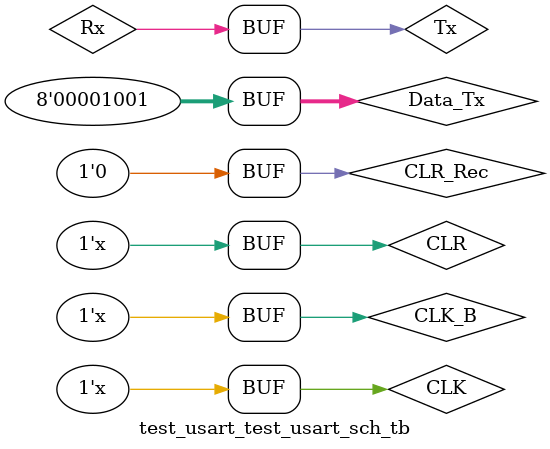
<source format=v>

`timescale 1ns / 1ps

module test_usart_test_usart_sch_tb();

// Inputs
   reg CLK;
   reg CLK_B;
   reg CLR;
   wire  Rx;
   reg [7:0] Data_Tx;
	reg CLR_Rec;
// Output
   wire Tx;
   wire parity_err;
   wire [7:0] Data_Rx;

// Bidirs

// Instantiate the UUT
   test_usart UUT (
		.Tx(Tx), 
		.CLK(CLK), 
		.CLK_B(CLK_B), 
		.CLR(CLR), 
		.Rx(Rx), 
		.Data_Tx(Data_Tx), 
		.parity_err(parity_err), 
		.Data_Rx(Data_Rx),
		.CLR_Rec(CLR_Rec)
   );
// Initialize Inputs

   initial begin
	CLR = 0;
	CLR_Rec = 0;
	#100;
		CLK_B = 0;
		CLK = 0;
		CLR = 1;
		CLR_Rec = 1;
		Data_Tx = 09;
		#100000;
		CLR = 0;
		CLR_Rec = 0;
   end
		
		assign Rx = Tx;
		
	always begin
		 CLK =~CLK;
		 #100;
		 end
		 
		 	always begin
		 CLK_B =~CLK_B;
		 #1000;
		 end
 	always begin
		#50000;
		CLR = ~CLR;
   end
endmodule

</source>
